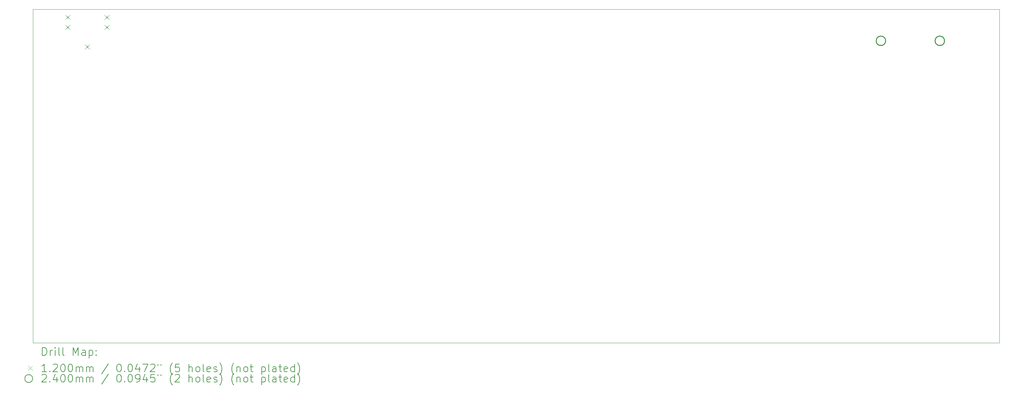
<source format=gbr>
%TF.GenerationSoftware,KiCad,Pcbnew,7.0.1*%
%TF.CreationDate,2023-03-15T00:19:41+00:00*%
%TF.ProjectId,CPC464-2MINI,43504334-3634-42d3-924d-494e492e6b69,rev?*%
%TF.SameCoordinates,Original*%
%TF.FileFunction,Drillmap*%
%TF.FilePolarity,Positive*%
%FSLAX45Y45*%
G04 Gerber Fmt 4.5, Leading zero omitted, Abs format (unit mm)*
G04 Created by KiCad (PCBNEW 7.0.1) date 2023-03-15 00:19:41*
%MOMM*%
%LPD*%
G01*
G04 APERTURE LIST*
%ADD10C,0.100000*%
%ADD11C,0.200000*%
%ADD12C,0.120000*%
%ADD13C,0.240000*%
G04 APERTURE END LIST*
D10*
X1442720Y-2727960D02*
X26047700Y-2727960D01*
X26047700Y-11226000D01*
X1442720Y-11226000D01*
X1442720Y-2727960D01*
D11*
D12*
X2269560Y-2870080D02*
X2389560Y-2990080D01*
X2389560Y-2870080D02*
X2269560Y-2990080D01*
X2269560Y-3120080D02*
X2389560Y-3240080D01*
X2389560Y-3120080D02*
X2269560Y-3240080D01*
X2769560Y-3620080D02*
X2889560Y-3740080D01*
X2889560Y-3620080D02*
X2769560Y-3740080D01*
X3269560Y-2870080D02*
X3389560Y-2990080D01*
X3389560Y-2870080D02*
X3269560Y-2990080D01*
X3269560Y-3120080D02*
X3389560Y-3240080D01*
X3389560Y-3120080D02*
X3269560Y-3240080D01*
D13*
X23152750Y-3527320D02*
G75*
G03*
X23152750Y-3527320I-120000J0D01*
G01*
X24652750Y-3527320D02*
G75*
G03*
X24652750Y-3527320I-120000J0D01*
G01*
D11*
X1685339Y-11543524D02*
X1685339Y-11343524D01*
X1685339Y-11343524D02*
X1732958Y-11343524D01*
X1732958Y-11343524D02*
X1761529Y-11353048D01*
X1761529Y-11353048D02*
X1780577Y-11372095D01*
X1780577Y-11372095D02*
X1790101Y-11391143D01*
X1790101Y-11391143D02*
X1799625Y-11429238D01*
X1799625Y-11429238D02*
X1799625Y-11457809D01*
X1799625Y-11457809D02*
X1790101Y-11495905D01*
X1790101Y-11495905D02*
X1780577Y-11514952D01*
X1780577Y-11514952D02*
X1761529Y-11534000D01*
X1761529Y-11534000D02*
X1732958Y-11543524D01*
X1732958Y-11543524D02*
X1685339Y-11543524D01*
X1885339Y-11543524D02*
X1885339Y-11410190D01*
X1885339Y-11448286D02*
X1894863Y-11429238D01*
X1894863Y-11429238D02*
X1904387Y-11419714D01*
X1904387Y-11419714D02*
X1923434Y-11410190D01*
X1923434Y-11410190D02*
X1942482Y-11410190D01*
X2009148Y-11543524D02*
X2009148Y-11410190D01*
X2009148Y-11343524D02*
X1999625Y-11353048D01*
X1999625Y-11353048D02*
X2009148Y-11362571D01*
X2009148Y-11362571D02*
X2018672Y-11353048D01*
X2018672Y-11353048D02*
X2009148Y-11343524D01*
X2009148Y-11343524D02*
X2009148Y-11362571D01*
X2132958Y-11543524D02*
X2113910Y-11534000D01*
X2113910Y-11534000D02*
X2104387Y-11514952D01*
X2104387Y-11514952D02*
X2104387Y-11343524D01*
X2237720Y-11543524D02*
X2218672Y-11534000D01*
X2218672Y-11534000D02*
X2209149Y-11514952D01*
X2209149Y-11514952D02*
X2209149Y-11343524D01*
X2466291Y-11543524D02*
X2466291Y-11343524D01*
X2466291Y-11343524D02*
X2532958Y-11486381D01*
X2532958Y-11486381D02*
X2599625Y-11343524D01*
X2599625Y-11343524D02*
X2599625Y-11543524D01*
X2780577Y-11543524D02*
X2780577Y-11438762D01*
X2780577Y-11438762D02*
X2771053Y-11419714D01*
X2771053Y-11419714D02*
X2752006Y-11410190D01*
X2752006Y-11410190D02*
X2713910Y-11410190D01*
X2713910Y-11410190D02*
X2694863Y-11419714D01*
X2780577Y-11534000D02*
X2761530Y-11543524D01*
X2761530Y-11543524D02*
X2713910Y-11543524D01*
X2713910Y-11543524D02*
X2694863Y-11534000D01*
X2694863Y-11534000D02*
X2685339Y-11514952D01*
X2685339Y-11514952D02*
X2685339Y-11495905D01*
X2685339Y-11495905D02*
X2694863Y-11476857D01*
X2694863Y-11476857D02*
X2713910Y-11467333D01*
X2713910Y-11467333D02*
X2761530Y-11467333D01*
X2761530Y-11467333D02*
X2780577Y-11457809D01*
X2875815Y-11410190D02*
X2875815Y-11610190D01*
X2875815Y-11419714D02*
X2894863Y-11410190D01*
X2894863Y-11410190D02*
X2932958Y-11410190D01*
X2932958Y-11410190D02*
X2952006Y-11419714D01*
X2952006Y-11419714D02*
X2961529Y-11429238D01*
X2961529Y-11429238D02*
X2971053Y-11448286D01*
X2971053Y-11448286D02*
X2971053Y-11505428D01*
X2971053Y-11505428D02*
X2961529Y-11524476D01*
X2961529Y-11524476D02*
X2952006Y-11534000D01*
X2952006Y-11534000D02*
X2932958Y-11543524D01*
X2932958Y-11543524D02*
X2894863Y-11543524D01*
X2894863Y-11543524D02*
X2875815Y-11534000D01*
X3056768Y-11524476D02*
X3066291Y-11534000D01*
X3066291Y-11534000D02*
X3056768Y-11543524D01*
X3056768Y-11543524D02*
X3047244Y-11534000D01*
X3047244Y-11534000D02*
X3056768Y-11524476D01*
X3056768Y-11524476D02*
X3056768Y-11543524D01*
X3056768Y-11419714D02*
X3066291Y-11429238D01*
X3066291Y-11429238D02*
X3056768Y-11438762D01*
X3056768Y-11438762D02*
X3047244Y-11429238D01*
X3047244Y-11429238D02*
X3056768Y-11419714D01*
X3056768Y-11419714D02*
X3056768Y-11438762D01*
D12*
X1317720Y-11811000D02*
X1437720Y-11931000D01*
X1437720Y-11811000D02*
X1317720Y-11931000D01*
D11*
X1790101Y-11963524D02*
X1675815Y-11963524D01*
X1732958Y-11963524D02*
X1732958Y-11763524D01*
X1732958Y-11763524D02*
X1713910Y-11792095D01*
X1713910Y-11792095D02*
X1694863Y-11811143D01*
X1694863Y-11811143D02*
X1675815Y-11820667D01*
X1875815Y-11944476D02*
X1885339Y-11954000D01*
X1885339Y-11954000D02*
X1875815Y-11963524D01*
X1875815Y-11963524D02*
X1866291Y-11954000D01*
X1866291Y-11954000D02*
X1875815Y-11944476D01*
X1875815Y-11944476D02*
X1875815Y-11963524D01*
X1961529Y-11782571D02*
X1971053Y-11773048D01*
X1971053Y-11773048D02*
X1990101Y-11763524D01*
X1990101Y-11763524D02*
X2037720Y-11763524D01*
X2037720Y-11763524D02*
X2056768Y-11773048D01*
X2056768Y-11773048D02*
X2066291Y-11782571D01*
X2066291Y-11782571D02*
X2075815Y-11801619D01*
X2075815Y-11801619D02*
X2075815Y-11820667D01*
X2075815Y-11820667D02*
X2066291Y-11849238D01*
X2066291Y-11849238D02*
X1952006Y-11963524D01*
X1952006Y-11963524D02*
X2075815Y-11963524D01*
X2199625Y-11763524D02*
X2218672Y-11763524D01*
X2218672Y-11763524D02*
X2237720Y-11773048D01*
X2237720Y-11773048D02*
X2247244Y-11782571D01*
X2247244Y-11782571D02*
X2256768Y-11801619D01*
X2256768Y-11801619D02*
X2266291Y-11839714D01*
X2266291Y-11839714D02*
X2266291Y-11887333D01*
X2266291Y-11887333D02*
X2256768Y-11925428D01*
X2256768Y-11925428D02*
X2247244Y-11944476D01*
X2247244Y-11944476D02*
X2237720Y-11954000D01*
X2237720Y-11954000D02*
X2218672Y-11963524D01*
X2218672Y-11963524D02*
X2199625Y-11963524D01*
X2199625Y-11963524D02*
X2180577Y-11954000D01*
X2180577Y-11954000D02*
X2171053Y-11944476D01*
X2171053Y-11944476D02*
X2161530Y-11925428D01*
X2161530Y-11925428D02*
X2152006Y-11887333D01*
X2152006Y-11887333D02*
X2152006Y-11839714D01*
X2152006Y-11839714D02*
X2161530Y-11801619D01*
X2161530Y-11801619D02*
X2171053Y-11782571D01*
X2171053Y-11782571D02*
X2180577Y-11773048D01*
X2180577Y-11773048D02*
X2199625Y-11763524D01*
X2390101Y-11763524D02*
X2409149Y-11763524D01*
X2409149Y-11763524D02*
X2428196Y-11773048D01*
X2428196Y-11773048D02*
X2437720Y-11782571D01*
X2437720Y-11782571D02*
X2447244Y-11801619D01*
X2447244Y-11801619D02*
X2456768Y-11839714D01*
X2456768Y-11839714D02*
X2456768Y-11887333D01*
X2456768Y-11887333D02*
X2447244Y-11925428D01*
X2447244Y-11925428D02*
X2437720Y-11944476D01*
X2437720Y-11944476D02*
X2428196Y-11954000D01*
X2428196Y-11954000D02*
X2409149Y-11963524D01*
X2409149Y-11963524D02*
X2390101Y-11963524D01*
X2390101Y-11963524D02*
X2371053Y-11954000D01*
X2371053Y-11954000D02*
X2361530Y-11944476D01*
X2361530Y-11944476D02*
X2352006Y-11925428D01*
X2352006Y-11925428D02*
X2342482Y-11887333D01*
X2342482Y-11887333D02*
X2342482Y-11839714D01*
X2342482Y-11839714D02*
X2352006Y-11801619D01*
X2352006Y-11801619D02*
X2361530Y-11782571D01*
X2361530Y-11782571D02*
X2371053Y-11773048D01*
X2371053Y-11773048D02*
X2390101Y-11763524D01*
X2542482Y-11963524D02*
X2542482Y-11830190D01*
X2542482Y-11849238D02*
X2552006Y-11839714D01*
X2552006Y-11839714D02*
X2571053Y-11830190D01*
X2571053Y-11830190D02*
X2599625Y-11830190D01*
X2599625Y-11830190D02*
X2618672Y-11839714D01*
X2618672Y-11839714D02*
X2628196Y-11858762D01*
X2628196Y-11858762D02*
X2628196Y-11963524D01*
X2628196Y-11858762D02*
X2637720Y-11839714D01*
X2637720Y-11839714D02*
X2656768Y-11830190D01*
X2656768Y-11830190D02*
X2685339Y-11830190D01*
X2685339Y-11830190D02*
X2704387Y-11839714D01*
X2704387Y-11839714D02*
X2713911Y-11858762D01*
X2713911Y-11858762D02*
X2713911Y-11963524D01*
X2809149Y-11963524D02*
X2809149Y-11830190D01*
X2809149Y-11849238D02*
X2818672Y-11839714D01*
X2818672Y-11839714D02*
X2837720Y-11830190D01*
X2837720Y-11830190D02*
X2866291Y-11830190D01*
X2866291Y-11830190D02*
X2885339Y-11839714D01*
X2885339Y-11839714D02*
X2894863Y-11858762D01*
X2894863Y-11858762D02*
X2894863Y-11963524D01*
X2894863Y-11858762D02*
X2904387Y-11839714D01*
X2904387Y-11839714D02*
X2923434Y-11830190D01*
X2923434Y-11830190D02*
X2952006Y-11830190D01*
X2952006Y-11830190D02*
X2971053Y-11839714D01*
X2971053Y-11839714D02*
X2980577Y-11858762D01*
X2980577Y-11858762D02*
X2980577Y-11963524D01*
X3371053Y-11754000D02*
X3199625Y-12011143D01*
X3628196Y-11763524D02*
X3647244Y-11763524D01*
X3647244Y-11763524D02*
X3666292Y-11773048D01*
X3666292Y-11773048D02*
X3675815Y-11782571D01*
X3675815Y-11782571D02*
X3685339Y-11801619D01*
X3685339Y-11801619D02*
X3694863Y-11839714D01*
X3694863Y-11839714D02*
X3694863Y-11887333D01*
X3694863Y-11887333D02*
X3685339Y-11925428D01*
X3685339Y-11925428D02*
X3675815Y-11944476D01*
X3675815Y-11944476D02*
X3666292Y-11954000D01*
X3666292Y-11954000D02*
X3647244Y-11963524D01*
X3647244Y-11963524D02*
X3628196Y-11963524D01*
X3628196Y-11963524D02*
X3609149Y-11954000D01*
X3609149Y-11954000D02*
X3599625Y-11944476D01*
X3599625Y-11944476D02*
X3590101Y-11925428D01*
X3590101Y-11925428D02*
X3580577Y-11887333D01*
X3580577Y-11887333D02*
X3580577Y-11839714D01*
X3580577Y-11839714D02*
X3590101Y-11801619D01*
X3590101Y-11801619D02*
X3599625Y-11782571D01*
X3599625Y-11782571D02*
X3609149Y-11773048D01*
X3609149Y-11773048D02*
X3628196Y-11763524D01*
X3780577Y-11944476D02*
X3790101Y-11954000D01*
X3790101Y-11954000D02*
X3780577Y-11963524D01*
X3780577Y-11963524D02*
X3771053Y-11954000D01*
X3771053Y-11954000D02*
X3780577Y-11944476D01*
X3780577Y-11944476D02*
X3780577Y-11963524D01*
X3913911Y-11763524D02*
X3932958Y-11763524D01*
X3932958Y-11763524D02*
X3952006Y-11773048D01*
X3952006Y-11773048D02*
X3961530Y-11782571D01*
X3961530Y-11782571D02*
X3971053Y-11801619D01*
X3971053Y-11801619D02*
X3980577Y-11839714D01*
X3980577Y-11839714D02*
X3980577Y-11887333D01*
X3980577Y-11887333D02*
X3971053Y-11925428D01*
X3971053Y-11925428D02*
X3961530Y-11944476D01*
X3961530Y-11944476D02*
X3952006Y-11954000D01*
X3952006Y-11954000D02*
X3932958Y-11963524D01*
X3932958Y-11963524D02*
X3913911Y-11963524D01*
X3913911Y-11963524D02*
X3894863Y-11954000D01*
X3894863Y-11954000D02*
X3885339Y-11944476D01*
X3885339Y-11944476D02*
X3875815Y-11925428D01*
X3875815Y-11925428D02*
X3866292Y-11887333D01*
X3866292Y-11887333D02*
X3866292Y-11839714D01*
X3866292Y-11839714D02*
X3875815Y-11801619D01*
X3875815Y-11801619D02*
X3885339Y-11782571D01*
X3885339Y-11782571D02*
X3894863Y-11773048D01*
X3894863Y-11773048D02*
X3913911Y-11763524D01*
X4152006Y-11830190D02*
X4152006Y-11963524D01*
X4104387Y-11754000D02*
X4056768Y-11896857D01*
X4056768Y-11896857D02*
X4180577Y-11896857D01*
X4237720Y-11763524D02*
X4371054Y-11763524D01*
X4371054Y-11763524D02*
X4285339Y-11963524D01*
X4437720Y-11782571D02*
X4447244Y-11773048D01*
X4447244Y-11773048D02*
X4466292Y-11763524D01*
X4466292Y-11763524D02*
X4513911Y-11763524D01*
X4513911Y-11763524D02*
X4532958Y-11773048D01*
X4532958Y-11773048D02*
X4542482Y-11782571D01*
X4542482Y-11782571D02*
X4552006Y-11801619D01*
X4552006Y-11801619D02*
X4552006Y-11820667D01*
X4552006Y-11820667D02*
X4542482Y-11849238D01*
X4542482Y-11849238D02*
X4428196Y-11963524D01*
X4428196Y-11963524D02*
X4552006Y-11963524D01*
X4628196Y-11763524D02*
X4628196Y-11801619D01*
X4704387Y-11763524D02*
X4704387Y-11801619D01*
X4999625Y-12039714D02*
X4990101Y-12030190D01*
X4990101Y-12030190D02*
X4971054Y-12001619D01*
X4971054Y-12001619D02*
X4961530Y-11982571D01*
X4961530Y-11982571D02*
X4952006Y-11954000D01*
X4952006Y-11954000D02*
X4942482Y-11906381D01*
X4942482Y-11906381D02*
X4942482Y-11868286D01*
X4942482Y-11868286D02*
X4952006Y-11820667D01*
X4952006Y-11820667D02*
X4961530Y-11792095D01*
X4961530Y-11792095D02*
X4971054Y-11773048D01*
X4971054Y-11773048D02*
X4990101Y-11744476D01*
X4990101Y-11744476D02*
X4999625Y-11734952D01*
X5171054Y-11763524D02*
X5075816Y-11763524D01*
X5075816Y-11763524D02*
X5066292Y-11858762D01*
X5066292Y-11858762D02*
X5075816Y-11849238D01*
X5075816Y-11849238D02*
X5094863Y-11839714D01*
X5094863Y-11839714D02*
X5142482Y-11839714D01*
X5142482Y-11839714D02*
X5161530Y-11849238D01*
X5161530Y-11849238D02*
X5171054Y-11858762D01*
X5171054Y-11858762D02*
X5180577Y-11877809D01*
X5180577Y-11877809D02*
X5180577Y-11925428D01*
X5180577Y-11925428D02*
X5171054Y-11944476D01*
X5171054Y-11944476D02*
X5161530Y-11954000D01*
X5161530Y-11954000D02*
X5142482Y-11963524D01*
X5142482Y-11963524D02*
X5094863Y-11963524D01*
X5094863Y-11963524D02*
X5075816Y-11954000D01*
X5075816Y-11954000D02*
X5066292Y-11944476D01*
X5418673Y-11963524D02*
X5418673Y-11763524D01*
X5504387Y-11963524D02*
X5504387Y-11858762D01*
X5504387Y-11858762D02*
X5494863Y-11839714D01*
X5494863Y-11839714D02*
X5475816Y-11830190D01*
X5475816Y-11830190D02*
X5447244Y-11830190D01*
X5447244Y-11830190D02*
X5428197Y-11839714D01*
X5428197Y-11839714D02*
X5418673Y-11849238D01*
X5628196Y-11963524D02*
X5609149Y-11954000D01*
X5609149Y-11954000D02*
X5599625Y-11944476D01*
X5599625Y-11944476D02*
X5590101Y-11925428D01*
X5590101Y-11925428D02*
X5590101Y-11868286D01*
X5590101Y-11868286D02*
X5599625Y-11849238D01*
X5599625Y-11849238D02*
X5609149Y-11839714D01*
X5609149Y-11839714D02*
X5628196Y-11830190D01*
X5628196Y-11830190D02*
X5656768Y-11830190D01*
X5656768Y-11830190D02*
X5675816Y-11839714D01*
X5675816Y-11839714D02*
X5685339Y-11849238D01*
X5685339Y-11849238D02*
X5694863Y-11868286D01*
X5694863Y-11868286D02*
X5694863Y-11925428D01*
X5694863Y-11925428D02*
X5685339Y-11944476D01*
X5685339Y-11944476D02*
X5675816Y-11954000D01*
X5675816Y-11954000D02*
X5656768Y-11963524D01*
X5656768Y-11963524D02*
X5628196Y-11963524D01*
X5809149Y-11963524D02*
X5790101Y-11954000D01*
X5790101Y-11954000D02*
X5780577Y-11934952D01*
X5780577Y-11934952D02*
X5780577Y-11763524D01*
X5961530Y-11954000D02*
X5942482Y-11963524D01*
X5942482Y-11963524D02*
X5904387Y-11963524D01*
X5904387Y-11963524D02*
X5885339Y-11954000D01*
X5885339Y-11954000D02*
X5875816Y-11934952D01*
X5875816Y-11934952D02*
X5875816Y-11858762D01*
X5875816Y-11858762D02*
X5885339Y-11839714D01*
X5885339Y-11839714D02*
X5904387Y-11830190D01*
X5904387Y-11830190D02*
X5942482Y-11830190D01*
X5942482Y-11830190D02*
X5961530Y-11839714D01*
X5961530Y-11839714D02*
X5971054Y-11858762D01*
X5971054Y-11858762D02*
X5971054Y-11877809D01*
X5971054Y-11877809D02*
X5875816Y-11896857D01*
X6047244Y-11954000D02*
X6066292Y-11963524D01*
X6066292Y-11963524D02*
X6104387Y-11963524D01*
X6104387Y-11963524D02*
X6123435Y-11954000D01*
X6123435Y-11954000D02*
X6132958Y-11934952D01*
X6132958Y-11934952D02*
X6132958Y-11925428D01*
X6132958Y-11925428D02*
X6123435Y-11906381D01*
X6123435Y-11906381D02*
X6104387Y-11896857D01*
X6104387Y-11896857D02*
X6075816Y-11896857D01*
X6075816Y-11896857D02*
X6056768Y-11887333D01*
X6056768Y-11887333D02*
X6047244Y-11868286D01*
X6047244Y-11868286D02*
X6047244Y-11858762D01*
X6047244Y-11858762D02*
X6056768Y-11839714D01*
X6056768Y-11839714D02*
X6075816Y-11830190D01*
X6075816Y-11830190D02*
X6104387Y-11830190D01*
X6104387Y-11830190D02*
X6123435Y-11839714D01*
X6199625Y-12039714D02*
X6209149Y-12030190D01*
X6209149Y-12030190D02*
X6228197Y-12001619D01*
X6228197Y-12001619D02*
X6237720Y-11982571D01*
X6237720Y-11982571D02*
X6247244Y-11954000D01*
X6247244Y-11954000D02*
X6256768Y-11906381D01*
X6256768Y-11906381D02*
X6256768Y-11868286D01*
X6256768Y-11868286D02*
X6247244Y-11820667D01*
X6247244Y-11820667D02*
X6237720Y-11792095D01*
X6237720Y-11792095D02*
X6228197Y-11773048D01*
X6228197Y-11773048D02*
X6209149Y-11744476D01*
X6209149Y-11744476D02*
X6199625Y-11734952D01*
X6561530Y-12039714D02*
X6552006Y-12030190D01*
X6552006Y-12030190D02*
X6532958Y-12001619D01*
X6532958Y-12001619D02*
X6523435Y-11982571D01*
X6523435Y-11982571D02*
X6513911Y-11954000D01*
X6513911Y-11954000D02*
X6504387Y-11906381D01*
X6504387Y-11906381D02*
X6504387Y-11868286D01*
X6504387Y-11868286D02*
X6513911Y-11820667D01*
X6513911Y-11820667D02*
X6523435Y-11792095D01*
X6523435Y-11792095D02*
X6532958Y-11773048D01*
X6532958Y-11773048D02*
X6552006Y-11744476D01*
X6552006Y-11744476D02*
X6561530Y-11734952D01*
X6637720Y-11830190D02*
X6637720Y-11963524D01*
X6637720Y-11849238D02*
X6647244Y-11839714D01*
X6647244Y-11839714D02*
X6666292Y-11830190D01*
X6666292Y-11830190D02*
X6694863Y-11830190D01*
X6694863Y-11830190D02*
X6713911Y-11839714D01*
X6713911Y-11839714D02*
X6723435Y-11858762D01*
X6723435Y-11858762D02*
X6723435Y-11963524D01*
X6847244Y-11963524D02*
X6828197Y-11954000D01*
X6828197Y-11954000D02*
X6818673Y-11944476D01*
X6818673Y-11944476D02*
X6809149Y-11925428D01*
X6809149Y-11925428D02*
X6809149Y-11868286D01*
X6809149Y-11868286D02*
X6818673Y-11849238D01*
X6818673Y-11849238D02*
X6828197Y-11839714D01*
X6828197Y-11839714D02*
X6847244Y-11830190D01*
X6847244Y-11830190D02*
X6875816Y-11830190D01*
X6875816Y-11830190D02*
X6894863Y-11839714D01*
X6894863Y-11839714D02*
X6904387Y-11849238D01*
X6904387Y-11849238D02*
X6913911Y-11868286D01*
X6913911Y-11868286D02*
X6913911Y-11925428D01*
X6913911Y-11925428D02*
X6904387Y-11944476D01*
X6904387Y-11944476D02*
X6894863Y-11954000D01*
X6894863Y-11954000D02*
X6875816Y-11963524D01*
X6875816Y-11963524D02*
X6847244Y-11963524D01*
X6971054Y-11830190D02*
X7047244Y-11830190D01*
X6999625Y-11763524D02*
X6999625Y-11934952D01*
X6999625Y-11934952D02*
X7009149Y-11954000D01*
X7009149Y-11954000D02*
X7028197Y-11963524D01*
X7028197Y-11963524D02*
X7047244Y-11963524D01*
X7266292Y-11830190D02*
X7266292Y-12030190D01*
X7266292Y-11839714D02*
X7285339Y-11830190D01*
X7285339Y-11830190D02*
X7323435Y-11830190D01*
X7323435Y-11830190D02*
X7342482Y-11839714D01*
X7342482Y-11839714D02*
X7352006Y-11849238D01*
X7352006Y-11849238D02*
X7361530Y-11868286D01*
X7361530Y-11868286D02*
X7361530Y-11925428D01*
X7361530Y-11925428D02*
X7352006Y-11944476D01*
X7352006Y-11944476D02*
X7342482Y-11954000D01*
X7342482Y-11954000D02*
X7323435Y-11963524D01*
X7323435Y-11963524D02*
X7285339Y-11963524D01*
X7285339Y-11963524D02*
X7266292Y-11954000D01*
X7475816Y-11963524D02*
X7456768Y-11954000D01*
X7456768Y-11954000D02*
X7447244Y-11934952D01*
X7447244Y-11934952D02*
X7447244Y-11763524D01*
X7637720Y-11963524D02*
X7637720Y-11858762D01*
X7637720Y-11858762D02*
X7628197Y-11839714D01*
X7628197Y-11839714D02*
X7609149Y-11830190D01*
X7609149Y-11830190D02*
X7571054Y-11830190D01*
X7571054Y-11830190D02*
X7552006Y-11839714D01*
X7637720Y-11954000D02*
X7618673Y-11963524D01*
X7618673Y-11963524D02*
X7571054Y-11963524D01*
X7571054Y-11963524D02*
X7552006Y-11954000D01*
X7552006Y-11954000D02*
X7542482Y-11934952D01*
X7542482Y-11934952D02*
X7542482Y-11915905D01*
X7542482Y-11915905D02*
X7552006Y-11896857D01*
X7552006Y-11896857D02*
X7571054Y-11887333D01*
X7571054Y-11887333D02*
X7618673Y-11887333D01*
X7618673Y-11887333D02*
X7637720Y-11877809D01*
X7704387Y-11830190D02*
X7780578Y-11830190D01*
X7732959Y-11763524D02*
X7732959Y-11934952D01*
X7732959Y-11934952D02*
X7742482Y-11954000D01*
X7742482Y-11954000D02*
X7761530Y-11963524D01*
X7761530Y-11963524D02*
X7780578Y-11963524D01*
X7923435Y-11954000D02*
X7904387Y-11963524D01*
X7904387Y-11963524D02*
X7866292Y-11963524D01*
X7866292Y-11963524D02*
X7847244Y-11954000D01*
X7847244Y-11954000D02*
X7837720Y-11934952D01*
X7837720Y-11934952D02*
X7837720Y-11858762D01*
X7837720Y-11858762D02*
X7847244Y-11839714D01*
X7847244Y-11839714D02*
X7866292Y-11830190D01*
X7866292Y-11830190D02*
X7904387Y-11830190D01*
X7904387Y-11830190D02*
X7923435Y-11839714D01*
X7923435Y-11839714D02*
X7932959Y-11858762D01*
X7932959Y-11858762D02*
X7932959Y-11877809D01*
X7932959Y-11877809D02*
X7837720Y-11896857D01*
X8104387Y-11963524D02*
X8104387Y-11763524D01*
X8104387Y-11954000D02*
X8085340Y-11963524D01*
X8085340Y-11963524D02*
X8047244Y-11963524D01*
X8047244Y-11963524D02*
X8028197Y-11954000D01*
X8028197Y-11954000D02*
X8018673Y-11944476D01*
X8018673Y-11944476D02*
X8009149Y-11925428D01*
X8009149Y-11925428D02*
X8009149Y-11868286D01*
X8009149Y-11868286D02*
X8018673Y-11849238D01*
X8018673Y-11849238D02*
X8028197Y-11839714D01*
X8028197Y-11839714D02*
X8047244Y-11830190D01*
X8047244Y-11830190D02*
X8085340Y-11830190D01*
X8085340Y-11830190D02*
X8104387Y-11839714D01*
X8180578Y-12039714D02*
X8190101Y-12030190D01*
X8190101Y-12030190D02*
X8209149Y-12001619D01*
X8209149Y-12001619D02*
X8218673Y-11982571D01*
X8218673Y-11982571D02*
X8228197Y-11954000D01*
X8228197Y-11954000D02*
X8237720Y-11906381D01*
X8237720Y-11906381D02*
X8237720Y-11868286D01*
X8237720Y-11868286D02*
X8228197Y-11820667D01*
X8228197Y-11820667D02*
X8218673Y-11792095D01*
X8218673Y-11792095D02*
X8209149Y-11773048D01*
X8209149Y-11773048D02*
X8190101Y-11744476D01*
X8190101Y-11744476D02*
X8180578Y-11734952D01*
X1437720Y-12135000D02*
G75*
G03*
X1437720Y-12135000I-100000J0D01*
G01*
X1675815Y-12046571D02*
X1685339Y-12037048D01*
X1685339Y-12037048D02*
X1704387Y-12027524D01*
X1704387Y-12027524D02*
X1752006Y-12027524D01*
X1752006Y-12027524D02*
X1771053Y-12037048D01*
X1771053Y-12037048D02*
X1780577Y-12046571D01*
X1780577Y-12046571D02*
X1790101Y-12065619D01*
X1790101Y-12065619D02*
X1790101Y-12084667D01*
X1790101Y-12084667D02*
X1780577Y-12113238D01*
X1780577Y-12113238D02*
X1666291Y-12227524D01*
X1666291Y-12227524D02*
X1790101Y-12227524D01*
X1875815Y-12208476D02*
X1885339Y-12218000D01*
X1885339Y-12218000D02*
X1875815Y-12227524D01*
X1875815Y-12227524D02*
X1866291Y-12218000D01*
X1866291Y-12218000D02*
X1875815Y-12208476D01*
X1875815Y-12208476D02*
X1875815Y-12227524D01*
X2056768Y-12094190D02*
X2056768Y-12227524D01*
X2009148Y-12018000D02*
X1961529Y-12160857D01*
X1961529Y-12160857D02*
X2085339Y-12160857D01*
X2199625Y-12027524D02*
X2218672Y-12027524D01*
X2218672Y-12027524D02*
X2237720Y-12037048D01*
X2237720Y-12037048D02*
X2247244Y-12046571D01*
X2247244Y-12046571D02*
X2256768Y-12065619D01*
X2256768Y-12065619D02*
X2266291Y-12103714D01*
X2266291Y-12103714D02*
X2266291Y-12151333D01*
X2266291Y-12151333D02*
X2256768Y-12189428D01*
X2256768Y-12189428D02*
X2247244Y-12208476D01*
X2247244Y-12208476D02*
X2237720Y-12218000D01*
X2237720Y-12218000D02*
X2218672Y-12227524D01*
X2218672Y-12227524D02*
X2199625Y-12227524D01*
X2199625Y-12227524D02*
X2180577Y-12218000D01*
X2180577Y-12218000D02*
X2171053Y-12208476D01*
X2171053Y-12208476D02*
X2161530Y-12189428D01*
X2161530Y-12189428D02*
X2152006Y-12151333D01*
X2152006Y-12151333D02*
X2152006Y-12103714D01*
X2152006Y-12103714D02*
X2161530Y-12065619D01*
X2161530Y-12065619D02*
X2171053Y-12046571D01*
X2171053Y-12046571D02*
X2180577Y-12037048D01*
X2180577Y-12037048D02*
X2199625Y-12027524D01*
X2390101Y-12027524D02*
X2409149Y-12027524D01*
X2409149Y-12027524D02*
X2428196Y-12037048D01*
X2428196Y-12037048D02*
X2437720Y-12046571D01*
X2437720Y-12046571D02*
X2447244Y-12065619D01*
X2447244Y-12065619D02*
X2456768Y-12103714D01*
X2456768Y-12103714D02*
X2456768Y-12151333D01*
X2456768Y-12151333D02*
X2447244Y-12189428D01*
X2447244Y-12189428D02*
X2437720Y-12208476D01*
X2437720Y-12208476D02*
X2428196Y-12218000D01*
X2428196Y-12218000D02*
X2409149Y-12227524D01*
X2409149Y-12227524D02*
X2390101Y-12227524D01*
X2390101Y-12227524D02*
X2371053Y-12218000D01*
X2371053Y-12218000D02*
X2361530Y-12208476D01*
X2361530Y-12208476D02*
X2352006Y-12189428D01*
X2352006Y-12189428D02*
X2342482Y-12151333D01*
X2342482Y-12151333D02*
X2342482Y-12103714D01*
X2342482Y-12103714D02*
X2352006Y-12065619D01*
X2352006Y-12065619D02*
X2361530Y-12046571D01*
X2361530Y-12046571D02*
X2371053Y-12037048D01*
X2371053Y-12037048D02*
X2390101Y-12027524D01*
X2542482Y-12227524D02*
X2542482Y-12094190D01*
X2542482Y-12113238D02*
X2552006Y-12103714D01*
X2552006Y-12103714D02*
X2571053Y-12094190D01*
X2571053Y-12094190D02*
X2599625Y-12094190D01*
X2599625Y-12094190D02*
X2618672Y-12103714D01*
X2618672Y-12103714D02*
X2628196Y-12122762D01*
X2628196Y-12122762D02*
X2628196Y-12227524D01*
X2628196Y-12122762D02*
X2637720Y-12103714D01*
X2637720Y-12103714D02*
X2656768Y-12094190D01*
X2656768Y-12094190D02*
X2685339Y-12094190D01*
X2685339Y-12094190D02*
X2704387Y-12103714D01*
X2704387Y-12103714D02*
X2713911Y-12122762D01*
X2713911Y-12122762D02*
X2713911Y-12227524D01*
X2809149Y-12227524D02*
X2809149Y-12094190D01*
X2809149Y-12113238D02*
X2818672Y-12103714D01*
X2818672Y-12103714D02*
X2837720Y-12094190D01*
X2837720Y-12094190D02*
X2866291Y-12094190D01*
X2866291Y-12094190D02*
X2885339Y-12103714D01*
X2885339Y-12103714D02*
X2894863Y-12122762D01*
X2894863Y-12122762D02*
X2894863Y-12227524D01*
X2894863Y-12122762D02*
X2904387Y-12103714D01*
X2904387Y-12103714D02*
X2923434Y-12094190D01*
X2923434Y-12094190D02*
X2952006Y-12094190D01*
X2952006Y-12094190D02*
X2971053Y-12103714D01*
X2971053Y-12103714D02*
X2980577Y-12122762D01*
X2980577Y-12122762D02*
X2980577Y-12227524D01*
X3371053Y-12018000D02*
X3199625Y-12275143D01*
X3628196Y-12027524D02*
X3647244Y-12027524D01*
X3647244Y-12027524D02*
X3666292Y-12037048D01*
X3666292Y-12037048D02*
X3675815Y-12046571D01*
X3675815Y-12046571D02*
X3685339Y-12065619D01*
X3685339Y-12065619D02*
X3694863Y-12103714D01*
X3694863Y-12103714D02*
X3694863Y-12151333D01*
X3694863Y-12151333D02*
X3685339Y-12189428D01*
X3685339Y-12189428D02*
X3675815Y-12208476D01*
X3675815Y-12208476D02*
X3666292Y-12218000D01*
X3666292Y-12218000D02*
X3647244Y-12227524D01*
X3647244Y-12227524D02*
X3628196Y-12227524D01*
X3628196Y-12227524D02*
X3609149Y-12218000D01*
X3609149Y-12218000D02*
X3599625Y-12208476D01*
X3599625Y-12208476D02*
X3590101Y-12189428D01*
X3590101Y-12189428D02*
X3580577Y-12151333D01*
X3580577Y-12151333D02*
X3580577Y-12103714D01*
X3580577Y-12103714D02*
X3590101Y-12065619D01*
X3590101Y-12065619D02*
X3599625Y-12046571D01*
X3599625Y-12046571D02*
X3609149Y-12037048D01*
X3609149Y-12037048D02*
X3628196Y-12027524D01*
X3780577Y-12208476D02*
X3790101Y-12218000D01*
X3790101Y-12218000D02*
X3780577Y-12227524D01*
X3780577Y-12227524D02*
X3771053Y-12218000D01*
X3771053Y-12218000D02*
X3780577Y-12208476D01*
X3780577Y-12208476D02*
X3780577Y-12227524D01*
X3913911Y-12027524D02*
X3932958Y-12027524D01*
X3932958Y-12027524D02*
X3952006Y-12037048D01*
X3952006Y-12037048D02*
X3961530Y-12046571D01*
X3961530Y-12046571D02*
X3971053Y-12065619D01*
X3971053Y-12065619D02*
X3980577Y-12103714D01*
X3980577Y-12103714D02*
X3980577Y-12151333D01*
X3980577Y-12151333D02*
X3971053Y-12189428D01*
X3971053Y-12189428D02*
X3961530Y-12208476D01*
X3961530Y-12208476D02*
X3952006Y-12218000D01*
X3952006Y-12218000D02*
X3932958Y-12227524D01*
X3932958Y-12227524D02*
X3913911Y-12227524D01*
X3913911Y-12227524D02*
X3894863Y-12218000D01*
X3894863Y-12218000D02*
X3885339Y-12208476D01*
X3885339Y-12208476D02*
X3875815Y-12189428D01*
X3875815Y-12189428D02*
X3866292Y-12151333D01*
X3866292Y-12151333D02*
X3866292Y-12103714D01*
X3866292Y-12103714D02*
X3875815Y-12065619D01*
X3875815Y-12065619D02*
X3885339Y-12046571D01*
X3885339Y-12046571D02*
X3894863Y-12037048D01*
X3894863Y-12037048D02*
X3913911Y-12027524D01*
X4075815Y-12227524D02*
X4113911Y-12227524D01*
X4113911Y-12227524D02*
X4132958Y-12218000D01*
X4132958Y-12218000D02*
X4142482Y-12208476D01*
X4142482Y-12208476D02*
X4161530Y-12179905D01*
X4161530Y-12179905D02*
X4171053Y-12141809D01*
X4171053Y-12141809D02*
X4171053Y-12065619D01*
X4171053Y-12065619D02*
X4161530Y-12046571D01*
X4161530Y-12046571D02*
X4152006Y-12037048D01*
X4152006Y-12037048D02*
X4132958Y-12027524D01*
X4132958Y-12027524D02*
X4094863Y-12027524D01*
X4094863Y-12027524D02*
X4075815Y-12037048D01*
X4075815Y-12037048D02*
X4066292Y-12046571D01*
X4066292Y-12046571D02*
X4056768Y-12065619D01*
X4056768Y-12065619D02*
X4056768Y-12113238D01*
X4056768Y-12113238D02*
X4066292Y-12132286D01*
X4066292Y-12132286D02*
X4075815Y-12141809D01*
X4075815Y-12141809D02*
X4094863Y-12151333D01*
X4094863Y-12151333D02*
X4132958Y-12151333D01*
X4132958Y-12151333D02*
X4152006Y-12141809D01*
X4152006Y-12141809D02*
X4161530Y-12132286D01*
X4161530Y-12132286D02*
X4171053Y-12113238D01*
X4342482Y-12094190D02*
X4342482Y-12227524D01*
X4294863Y-12018000D02*
X4247244Y-12160857D01*
X4247244Y-12160857D02*
X4371054Y-12160857D01*
X4542482Y-12027524D02*
X4447244Y-12027524D01*
X4447244Y-12027524D02*
X4437720Y-12122762D01*
X4437720Y-12122762D02*
X4447244Y-12113238D01*
X4447244Y-12113238D02*
X4466292Y-12103714D01*
X4466292Y-12103714D02*
X4513911Y-12103714D01*
X4513911Y-12103714D02*
X4532958Y-12113238D01*
X4532958Y-12113238D02*
X4542482Y-12122762D01*
X4542482Y-12122762D02*
X4552006Y-12141809D01*
X4552006Y-12141809D02*
X4552006Y-12189428D01*
X4552006Y-12189428D02*
X4542482Y-12208476D01*
X4542482Y-12208476D02*
X4532958Y-12218000D01*
X4532958Y-12218000D02*
X4513911Y-12227524D01*
X4513911Y-12227524D02*
X4466292Y-12227524D01*
X4466292Y-12227524D02*
X4447244Y-12218000D01*
X4447244Y-12218000D02*
X4437720Y-12208476D01*
X4628196Y-12027524D02*
X4628196Y-12065619D01*
X4704387Y-12027524D02*
X4704387Y-12065619D01*
X4999625Y-12303714D02*
X4990101Y-12294190D01*
X4990101Y-12294190D02*
X4971054Y-12265619D01*
X4971054Y-12265619D02*
X4961530Y-12246571D01*
X4961530Y-12246571D02*
X4952006Y-12218000D01*
X4952006Y-12218000D02*
X4942482Y-12170381D01*
X4942482Y-12170381D02*
X4942482Y-12132286D01*
X4942482Y-12132286D02*
X4952006Y-12084667D01*
X4952006Y-12084667D02*
X4961530Y-12056095D01*
X4961530Y-12056095D02*
X4971054Y-12037048D01*
X4971054Y-12037048D02*
X4990101Y-12008476D01*
X4990101Y-12008476D02*
X4999625Y-11998952D01*
X5066292Y-12046571D02*
X5075816Y-12037048D01*
X5075816Y-12037048D02*
X5094863Y-12027524D01*
X5094863Y-12027524D02*
X5142482Y-12027524D01*
X5142482Y-12027524D02*
X5161530Y-12037048D01*
X5161530Y-12037048D02*
X5171054Y-12046571D01*
X5171054Y-12046571D02*
X5180577Y-12065619D01*
X5180577Y-12065619D02*
X5180577Y-12084667D01*
X5180577Y-12084667D02*
X5171054Y-12113238D01*
X5171054Y-12113238D02*
X5056768Y-12227524D01*
X5056768Y-12227524D02*
X5180577Y-12227524D01*
X5418673Y-12227524D02*
X5418673Y-12027524D01*
X5504387Y-12227524D02*
X5504387Y-12122762D01*
X5504387Y-12122762D02*
X5494863Y-12103714D01*
X5494863Y-12103714D02*
X5475816Y-12094190D01*
X5475816Y-12094190D02*
X5447244Y-12094190D01*
X5447244Y-12094190D02*
X5428197Y-12103714D01*
X5428197Y-12103714D02*
X5418673Y-12113238D01*
X5628196Y-12227524D02*
X5609149Y-12218000D01*
X5609149Y-12218000D02*
X5599625Y-12208476D01*
X5599625Y-12208476D02*
X5590101Y-12189428D01*
X5590101Y-12189428D02*
X5590101Y-12132286D01*
X5590101Y-12132286D02*
X5599625Y-12113238D01*
X5599625Y-12113238D02*
X5609149Y-12103714D01*
X5609149Y-12103714D02*
X5628196Y-12094190D01*
X5628196Y-12094190D02*
X5656768Y-12094190D01*
X5656768Y-12094190D02*
X5675816Y-12103714D01*
X5675816Y-12103714D02*
X5685339Y-12113238D01*
X5685339Y-12113238D02*
X5694863Y-12132286D01*
X5694863Y-12132286D02*
X5694863Y-12189428D01*
X5694863Y-12189428D02*
X5685339Y-12208476D01*
X5685339Y-12208476D02*
X5675816Y-12218000D01*
X5675816Y-12218000D02*
X5656768Y-12227524D01*
X5656768Y-12227524D02*
X5628196Y-12227524D01*
X5809149Y-12227524D02*
X5790101Y-12218000D01*
X5790101Y-12218000D02*
X5780577Y-12198952D01*
X5780577Y-12198952D02*
X5780577Y-12027524D01*
X5961530Y-12218000D02*
X5942482Y-12227524D01*
X5942482Y-12227524D02*
X5904387Y-12227524D01*
X5904387Y-12227524D02*
X5885339Y-12218000D01*
X5885339Y-12218000D02*
X5875816Y-12198952D01*
X5875816Y-12198952D02*
X5875816Y-12122762D01*
X5875816Y-12122762D02*
X5885339Y-12103714D01*
X5885339Y-12103714D02*
X5904387Y-12094190D01*
X5904387Y-12094190D02*
X5942482Y-12094190D01*
X5942482Y-12094190D02*
X5961530Y-12103714D01*
X5961530Y-12103714D02*
X5971054Y-12122762D01*
X5971054Y-12122762D02*
X5971054Y-12141809D01*
X5971054Y-12141809D02*
X5875816Y-12160857D01*
X6047244Y-12218000D02*
X6066292Y-12227524D01*
X6066292Y-12227524D02*
X6104387Y-12227524D01*
X6104387Y-12227524D02*
X6123435Y-12218000D01*
X6123435Y-12218000D02*
X6132958Y-12198952D01*
X6132958Y-12198952D02*
X6132958Y-12189428D01*
X6132958Y-12189428D02*
X6123435Y-12170381D01*
X6123435Y-12170381D02*
X6104387Y-12160857D01*
X6104387Y-12160857D02*
X6075816Y-12160857D01*
X6075816Y-12160857D02*
X6056768Y-12151333D01*
X6056768Y-12151333D02*
X6047244Y-12132286D01*
X6047244Y-12132286D02*
X6047244Y-12122762D01*
X6047244Y-12122762D02*
X6056768Y-12103714D01*
X6056768Y-12103714D02*
X6075816Y-12094190D01*
X6075816Y-12094190D02*
X6104387Y-12094190D01*
X6104387Y-12094190D02*
X6123435Y-12103714D01*
X6199625Y-12303714D02*
X6209149Y-12294190D01*
X6209149Y-12294190D02*
X6228197Y-12265619D01*
X6228197Y-12265619D02*
X6237720Y-12246571D01*
X6237720Y-12246571D02*
X6247244Y-12218000D01*
X6247244Y-12218000D02*
X6256768Y-12170381D01*
X6256768Y-12170381D02*
X6256768Y-12132286D01*
X6256768Y-12132286D02*
X6247244Y-12084667D01*
X6247244Y-12084667D02*
X6237720Y-12056095D01*
X6237720Y-12056095D02*
X6228197Y-12037048D01*
X6228197Y-12037048D02*
X6209149Y-12008476D01*
X6209149Y-12008476D02*
X6199625Y-11998952D01*
X6561530Y-12303714D02*
X6552006Y-12294190D01*
X6552006Y-12294190D02*
X6532958Y-12265619D01*
X6532958Y-12265619D02*
X6523435Y-12246571D01*
X6523435Y-12246571D02*
X6513911Y-12218000D01*
X6513911Y-12218000D02*
X6504387Y-12170381D01*
X6504387Y-12170381D02*
X6504387Y-12132286D01*
X6504387Y-12132286D02*
X6513911Y-12084667D01*
X6513911Y-12084667D02*
X6523435Y-12056095D01*
X6523435Y-12056095D02*
X6532958Y-12037048D01*
X6532958Y-12037048D02*
X6552006Y-12008476D01*
X6552006Y-12008476D02*
X6561530Y-11998952D01*
X6637720Y-12094190D02*
X6637720Y-12227524D01*
X6637720Y-12113238D02*
X6647244Y-12103714D01*
X6647244Y-12103714D02*
X6666292Y-12094190D01*
X6666292Y-12094190D02*
X6694863Y-12094190D01*
X6694863Y-12094190D02*
X6713911Y-12103714D01*
X6713911Y-12103714D02*
X6723435Y-12122762D01*
X6723435Y-12122762D02*
X6723435Y-12227524D01*
X6847244Y-12227524D02*
X6828197Y-12218000D01*
X6828197Y-12218000D02*
X6818673Y-12208476D01*
X6818673Y-12208476D02*
X6809149Y-12189428D01*
X6809149Y-12189428D02*
X6809149Y-12132286D01*
X6809149Y-12132286D02*
X6818673Y-12113238D01*
X6818673Y-12113238D02*
X6828197Y-12103714D01*
X6828197Y-12103714D02*
X6847244Y-12094190D01*
X6847244Y-12094190D02*
X6875816Y-12094190D01*
X6875816Y-12094190D02*
X6894863Y-12103714D01*
X6894863Y-12103714D02*
X6904387Y-12113238D01*
X6904387Y-12113238D02*
X6913911Y-12132286D01*
X6913911Y-12132286D02*
X6913911Y-12189428D01*
X6913911Y-12189428D02*
X6904387Y-12208476D01*
X6904387Y-12208476D02*
X6894863Y-12218000D01*
X6894863Y-12218000D02*
X6875816Y-12227524D01*
X6875816Y-12227524D02*
X6847244Y-12227524D01*
X6971054Y-12094190D02*
X7047244Y-12094190D01*
X6999625Y-12027524D02*
X6999625Y-12198952D01*
X6999625Y-12198952D02*
X7009149Y-12218000D01*
X7009149Y-12218000D02*
X7028197Y-12227524D01*
X7028197Y-12227524D02*
X7047244Y-12227524D01*
X7266292Y-12094190D02*
X7266292Y-12294190D01*
X7266292Y-12103714D02*
X7285339Y-12094190D01*
X7285339Y-12094190D02*
X7323435Y-12094190D01*
X7323435Y-12094190D02*
X7342482Y-12103714D01*
X7342482Y-12103714D02*
X7352006Y-12113238D01*
X7352006Y-12113238D02*
X7361530Y-12132286D01*
X7361530Y-12132286D02*
X7361530Y-12189428D01*
X7361530Y-12189428D02*
X7352006Y-12208476D01*
X7352006Y-12208476D02*
X7342482Y-12218000D01*
X7342482Y-12218000D02*
X7323435Y-12227524D01*
X7323435Y-12227524D02*
X7285339Y-12227524D01*
X7285339Y-12227524D02*
X7266292Y-12218000D01*
X7475816Y-12227524D02*
X7456768Y-12218000D01*
X7456768Y-12218000D02*
X7447244Y-12198952D01*
X7447244Y-12198952D02*
X7447244Y-12027524D01*
X7637720Y-12227524D02*
X7637720Y-12122762D01*
X7637720Y-12122762D02*
X7628197Y-12103714D01*
X7628197Y-12103714D02*
X7609149Y-12094190D01*
X7609149Y-12094190D02*
X7571054Y-12094190D01*
X7571054Y-12094190D02*
X7552006Y-12103714D01*
X7637720Y-12218000D02*
X7618673Y-12227524D01*
X7618673Y-12227524D02*
X7571054Y-12227524D01*
X7571054Y-12227524D02*
X7552006Y-12218000D01*
X7552006Y-12218000D02*
X7542482Y-12198952D01*
X7542482Y-12198952D02*
X7542482Y-12179905D01*
X7542482Y-12179905D02*
X7552006Y-12160857D01*
X7552006Y-12160857D02*
X7571054Y-12151333D01*
X7571054Y-12151333D02*
X7618673Y-12151333D01*
X7618673Y-12151333D02*
X7637720Y-12141809D01*
X7704387Y-12094190D02*
X7780578Y-12094190D01*
X7732959Y-12027524D02*
X7732959Y-12198952D01*
X7732959Y-12198952D02*
X7742482Y-12218000D01*
X7742482Y-12218000D02*
X7761530Y-12227524D01*
X7761530Y-12227524D02*
X7780578Y-12227524D01*
X7923435Y-12218000D02*
X7904387Y-12227524D01*
X7904387Y-12227524D02*
X7866292Y-12227524D01*
X7866292Y-12227524D02*
X7847244Y-12218000D01*
X7847244Y-12218000D02*
X7837720Y-12198952D01*
X7837720Y-12198952D02*
X7837720Y-12122762D01*
X7837720Y-12122762D02*
X7847244Y-12103714D01*
X7847244Y-12103714D02*
X7866292Y-12094190D01*
X7866292Y-12094190D02*
X7904387Y-12094190D01*
X7904387Y-12094190D02*
X7923435Y-12103714D01*
X7923435Y-12103714D02*
X7932959Y-12122762D01*
X7932959Y-12122762D02*
X7932959Y-12141809D01*
X7932959Y-12141809D02*
X7837720Y-12160857D01*
X8104387Y-12227524D02*
X8104387Y-12027524D01*
X8104387Y-12218000D02*
X8085340Y-12227524D01*
X8085340Y-12227524D02*
X8047244Y-12227524D01*
X8047244Y-12227524D02*
X8028197Y-12218000D01*
X8028197Y-12218000D02*
X8018673Y-12208476D01*
X8018673Y-12208476D02*
X8009149Y-12189428D01*
X8009149Y-12189428D02*
X8009149Y-12132286D01*
X8009149Y-12132286D02*
X8018673Y-12113238D01*
X8018673Y-12113238D02*
X8028197Y-12103714D01*
X8028197Y-12103714D02*
X8047244Y-12094190D01*
X8047244Y-12094190D02*
X8085340Y-12094190D01*
X8085340Y-12094190D02*
X8104387Y-12103714D01*
X8180578Y-12303714D02*
X8190101Y-12294190D01*
X8190101Y-12294190D02*
X8209149Y-12265619D01*
X8209149Y-12265619D02*
X8218673Y-12246571D01*
X8218673Y-12246571D02*
X8228197Y-12218000D01*
X8228197Y-12218000D02*
X8237720Y-12170381D01*
X8237720Y-12170381D02*
X8237720Y-12132286D01*
X8237720Y-12132286D02*
X8228197Y-12084667D01*
X8228197Y-12084667D02*
X8218673Y-12056095D01*
X8218673Y-12056095D02*
X8209149Y-12037048D01*
X8209149Y-12037048D02*
X8190101Y-12008476D01*
X8190101Y-12008476D02*
X8180578Y-11998952D01*
M02*

</source>
